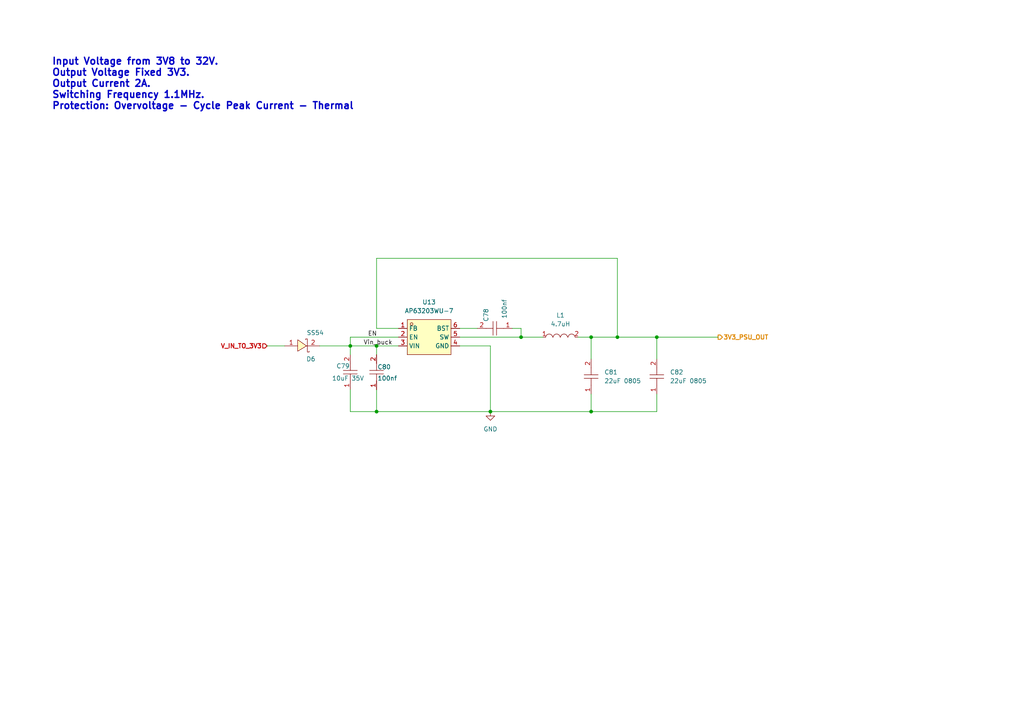
<source format=kicad_sch>
(kicad_sch (version 20250114) (generator "eeschema") (generator_version "9.0")
  (paper "A4")
  (title_block (title "PSU_3V3") (date "2025-07-25") (rev "1.0") (company "3DResearch"))
  (lib_symbols
    (symbol "CC0603KRX7R9BB104_1" (pin_names (hide yes))
      (property "Reference" "C" (at 0 5.08 0))
      (property "Value" "CC0603KRX7R9BB104" (at 0 -5.08 0))
      (symbol "CC0603KRX7R9BB104_1_0_1"
        (polyline (pts (xy -0.51 0) (xy -2.54 0)))
        (polyline (pts (xy -0.51 -2.03) (xy -0.51 2.03)))
        (polyline (pts (xy 0.51 2.03) (xy 0.51 -2.03)))
        (polyline (pts (xy 2.54 0) (xy 0.51 0)))
        (pin unspecified line (at -5.08 0 0) (length 2.54) (name "1") (number "1"))
        (pin unspecified line (at 5.08 0 180) (length 2.54) (name "2") (number "2"))
      )
    )
    (symbol "CL21A226MAQNNNE_1" (pin_names (hide yes))
      (property "Reference" "C" (at 0 5.08 0))
      (property "Value" "CL21A226MAQNNNE" (at 0 -5.08 0))
      (symbol "CL21A226MAQNNNE_1_0_1"
        (polyline (pts (xy -0.51 0) (xy -2.54 0)))
        (polyline (pts (xy -0.51 -2.03) (xy -0.51 2.03)))
        (polyline (pts (xy 0.51 2.03) (xy 0.51 -2.03)))
        (polyline (pts (xy 2.54 0) (xy 0.51 0)))
        (pin unspecified line (at -5.08 0 0) (length 2.54) (name "1") (number "1"))
        (pin unspecified line (at 5.08 0 180) (length 2.54) (name "2") (number "2"))
      )
    )
    (symbol "JLCP:SS54_C22452" (pin_names (hide yes))
      (property "Reference" "D" (at 0 5.08 0))
      (property "Value" "SS54_C22452" (at 0 -5.08 0))
      (symbol "SS54_C22452_0_1"
        (polyline (pts (xy -2.03 1.52) (xy -2.03 1.78) (xy -1.52 1.78) (xy -1.52 -2.03) (xy -1.02 -2.03) (xy -1.02 -1.78)))
        (polyline (pts (xy 1.27 1.52) (xy -1.27 0) (xy 1.27 -1.78) (xy 1.27 1.52)) (fill (type background)))
        (pin unspecified line (at -5.08 0 0) (length 3.81) (name "K") (number "2"))
        (pin unspecified line (at 5.08 0 180) (length 3.81) (name "A") (number "1"))
      )
    )
    (symbol "Kicad_JLCPCB_Library:AP63203WU-7"
      (property "Reference" "U" (at 0 7.62 0))
      (property "Value" "AP63203WU-7" (at 0 -7.62 0))
      (symbol "AP63203WU-7_0_1"
        (rectangle (start -6.35 5.08) (end 6.35 -5.08) (fill (type background)))
        (circle (center -5.08 3.81) (radius 0.38))
        (pin unspecified line (at -8.89 2.54 0) (length 2.54) (name "FB") (number "1"))
        (pin unspecified line (at -8.89 0 0) (length 2.54) (name "EN") (number "2"))
        (pin unspecified line (at -8.89 -2.54 0) (length 2.54) (name "VIN") (number "3"))
        (pin unspecified line (at 8.89 2.54 180) (length 2.54) (name "BST") (number "6"))
        (pin unspecified line (at 8.89 0 180) (length 2.54) (name "SW") (number "5"))
        (pin unspecified line (at 8.89 -2.54 180) (length 2.54) (name "GND") (number "4"))
      )
    )
    (symbol "Kicad_JLCPCB_Library:CC0603KRX7R9BB104" (pin_names (hide yes))
      (property "Reference" "C" (at 0 5.08 0))
      (property "Value" "CC0603KRX7R9BB104" (at 0 -5.08 0))
      (symbol "CC0603KRX7R9BB104_0_1"
        (polyline (pts (xy -0.51 0) (xy -2.54 0)))
        (polyline (pts (xy -0.51 -2.03) (xy -0.51 2.03)))
        (polyline (pts (xy 0.51 2.03) (xy 0.51 -2.03)))
        (polyline (pts (xy 2.54 0) (xy 0.51 0)))
        (pin unspecified line (at -5.08 0 0) (length 2.54) (name "1") (number "1"))
        (pin unspecified line (at 5.08 0 180) (length 2.54) (name "2") (number "2"))
      )
    )
    (symbol "Kicad_JLCPCB_Library:CL21A226MAQNNNE" (pin_names (hide yes))
      (property "Reference" "C" (at 0 5.08 0))
      (property "Value" "CL21A226MAQNNNE" (at 0 -5.08 0))
      (symbol "CL21A226MAQNNNE_0_1"
        (polyline (pts (xy -0.51 0) (xy -2.54 0)))
        (polyline (pts (xy -0.51 -2.03) (xy -0.51 2.03)))
        (polyline (pts (xy 0.51 2.03) (xy 0.51 -2.03)))
        (polyline (pts (xy 2.54 0) (xy 0.51 0)))
        (pin unspecified line (at -5.08 0 0) (length 2.54) (name "1") (number "1"))
        (pin unspecified line (at 5.08 0 180) (length 2.54) (name "2") (number "2"))
      )
    )
    (symbol "Kicad_JLCPCB_Library:GRM21BR61H106KE43L" (pin_names (hide yes))
      (property "Reference" "C" (at 0 5.08 0))
      (property "Value" "GRM21BR61H106KE43L" (at 0 -5.08 0))
      (symbol "GRM21BR61H106KE43L_0_1"
        (polyline (pts (xy -0.51 0) (xy -2.54 0)))
        (polyline (pts (xy -0.51 -2.03) (xy -0.51 2.03)))
        (polyline (pts (xy 0.51 2.03) (xy 0.51 -2.03)))
        (polyline (pts (xy 2.54 0) (xy 0.51 0)))
        (pin unspecified line (at -5.08 0 0) (length 2.54) (name "1") (number "1"))
        (pin unspecified line (at 5.08 0 180) (length 2.54) (name "2") (number "2"))
      )
    )
    (symbol "Kicad_JLCPCB_Library:MWSA0518S-4R7MT" (pin_names (hide yes))
      (property "Reference" "L" (at 0 5.08 0))
      (property "Value" "MWSA0518S-4R7MT" (at 0 -5.08 0))
      (symbol "MWSA0518S-4R7MT_0_1"
        (arc (start -4.29 -0.02) (mid -3.28 0.9027) (end -2.27 -0.02))
        (arc (start -2.13 -0.02) (mid -1.12 0.9071) (end -0.11 -0.02))
        (arc (start 0.02 -0.02) (mid 1.03 0.9071) (end 2.04 -0.02))
        (arc (start 2.21 -0.02) (mid 3.22 0.9071) (end 4.23 -0.02))
        (pin unspecified line (at -5.08 0 0) (length 0.762) (name "1") (number "1"))
        (pin unspecified line (at 5.08 0 180) (length 0.762) (name "2") (number "2"))
      )
    )
    (symbol "power:GND" (power) (pin_numbers (hide yes)) (pin_names (offset 0) (hide yes))
      (property "Value" "GND" (at 0 -3.81 0))
      (symbol "GND_0_1"
        (polyline (pts (xy 0 0) (xy 0 -1.27) (xy 1.27 -1.27) (xy 0 -2.54) (xy -1.27 -1.27) (xy 0 -1.27)))
      )
      (symbol "GND_1_1"
        (pin power_in line (at 0 0 270) (length 0) (name "~") (number "1"))
      )
    )
  )
  (text "Input Voltage from 3V8 to 32V.\nOutput Voltage Fixed 3V3.\nOutput Current 2A.\nSwitching Frequency 1.1MHz.\nProtection: Overvoltage - Cycle Peak Current - Thermal\n" (at 14.986 24.384 0) (effects (font (size 2 2) (thickness 0.4) (bold yes)) (justify left)))
  (junction (at 190.5 97.79))
  (junction (at 109.22 100.33))
  (junction (at 151.13 97.79))
  (junction (at 142.24 119.38))
  (junction (at 171.45 119.38))
  (junction (at 179.07 97.79))
  (junction (at 171.45 97.79))
  (junction (at 109.22 119.38))
  (junction (at 101.6 100.33))
  (wire (pts (xy 101.6 100.33) (xy 109.22 100.33)))
  (wire (pts (xy 109.22 100.33) (xy 115.57 100.33)))
  (wire (pts (xy 92.71 100.33) (xy 101.6 100.33)))
  (wire (pts (xy 133.35 97.79) (xy 151.13 97.79)))
  (wire (pts (xy 101.6 119.38) (xy 109.22 119.38)))
  (wire (pts (xy 133.35 95.25) (xy 138.43 95.25)))
  (wire (pts (xy 190.5 97.79) (xy 190.5 104.14)))
  (wire (pts (xy 171.45 97.79) (xy 179.07 97.79)))
  (wire (pts (xy 101.6 97.79) (xy 101.6 100.33)))
  (wire (pts (xy 101.6 113.03) (xy 101.6 119.38)))
  (wire (pts (xy 77.47 100.33) (xy 82.55 100.33)))
  (wire (pts (xy 148.59 95.25) (xy 151.13 95.25)))
  (wire (pts (xy 133.35 100.33) (xy 142.24 100.33)))
  (wire (pts (xy 171.45 97.79) (xy 171.45 104.14)))
  (wire (pts (xy 109.22 100.33) (xy 109.22 102.87)))
  (wire (pts (xy 171.45 119.38) (xy 190.5 119.38)))
  (wire (pts (xy 109.22 95.25) (xy 115.57 95.25)))
  (wire (pts (xy 179.07 97.79) (xy 190.5 97.79)))
  (wire (pts (xy 190.5 97.79) (xy 208.28 97.79)))
  (wire (pts (xy 179.07 74.93) (xy 109.22 74.93)))
  (wire (pts (xy 151.13 97.79) (xy 157.48 97.79)))
  (wire (pts (xy 179.07 97.79) (xy 179.07 74.93)))
  (wire (pts (xy 190.5 114.3) (xy 190.5 119.38)))
  (wire (pts (xy 109.22 119.38) (xy 109.22 113.03)))
  (wire (pts (xy 151.13 97.79) (xy 151.13 95.25)))
  (wire (pts (xy 171.45 114.3) (xy 171.45 119.38)))
  (wire (pts (xy 167.64 97.79) (xy 171.45 97.79)))
  (wire (pts (xy 142.24 119.38) (xy 109.22 119.38)))
  (wire (pts (xy 101.6 100.33) (xy 101.6 102.87)))
  (wire (pts (xy 142.24 119.38) (xy 171.45 119.38)))
  (wire (pts (xy 109.22 74.93) (xy 109.22 95.25)))
  (wire (pts (xy 142.24 100.33) (xy 142.24 119.38)))
  (wire (pts (xy 101.6 97.79) (xy 115.57 97.79)))
  (label "EN" (at 106.68 97.79 0))
  (label "Vin_buck" (at 105.41 100.33 0))
  (hierarchical_label "V_IN_TO_3V3" (shape input) (at 77.47 100.33 180) (effects (font (thickness 0.254) (bold yes))))
  (hierarchical_label "3V3_PSU_OUT" (shape output) (at 208.28 97.79 0) (effects (font (thickness 0.254) (bold yes))))
  (symbol (lib_name "CL21A226MAQNNNE_1") (lib_id "Kicad_JLCPCB_Library:CL21A226MAQNNNE") (at 190.5 109.22 90) (unit 1)
    (property "Reference" "C82" (at 194.31 107.9499 90) (effects (justify right)))
    (property "Value" "22uF 0805" (at 194.31 110.4899 90) (effects (justify right)))
    (property "Footprint" "Capacitor_SMD:C_0805_2012Metric" (effects (hide yes)))
    (property "Datasheet" "https://lcsc.com/product-detail/Multilayer-Ceramic-Capacitors-MLCC-SMD-SMT_SAMSUNG_CL21A226MAQNNNE_22uF-226-20-25V_C45783.html" (effects (hide yes)))
    (property "LCSC Part" "C45783" (effects (hide yes)))
  )
  (symbol (lib_id "Kicad_JLCPCB_Library:MWSA0518S-4R7MT") (at 162.56 97.79 0) (unit 1)
    (property "Reference" "L1" (at 162.56 91.44 0))
    (property "Value" "4.7uH" (at 162.56 93.98 0))
    (property "Footprint" "Kicad_JLCPCB_Library:IND-SMD_L5.4-W5.2" (effects (hide yes)))
    (property "Datasheet" "https://lcsc.com/product-detail/Power-Inductors_Sunlord-MWSA0518S-4R7MT_C408347.html" (effects (hide yes)))
    (property "LCSC Part" "C408347" (effects (hide yes)))
  )
  (symbol (lib_id "power:GND") (at 142.24 119.38 0) (mirror y) (unit 1)
    (property "Reference" "#PWR087" (effects (hide yes)))
    (property "Value" "GND" (at 142.24 124.46 0))
  )
  (symbol (lib_name "CC0603KRX7R9BB104_1") (lib_id "Kicad_JLCPCB_Library:CC0603KRX7R9BB104") (at 143.51 95.25 180) (unit 1)
    (property "Reference" "C78" (at 140.97 93.345 90) (effects (justify right)))
    (property "Value" "100nf" (at 146.304 92.456 90) (effects (justify right)))
    (property "Footprint" "Capacitor_SMD:C_0603_1608Metric" (effects (hide yes)))
    (property "Datasheet" "https://lcsc.com/product-detail/Multilayer-Ceramic-Capacitors-MLCC-SMD-SMT_100nF-104-10-50V_C14663.html" (effects (hide yes)))
    (property "LCSC Part" "C14663" (effects (hide yes)))
  )
  (symbol (lib_id "Kicad_JLCPCB_Library:AP63203WU-7") (at 124.46 97.79 0) (unit 1)
    (property "Reference" "U13" (at 124.46 87.63 0))
    (property "Value" "AP63203WU-7" (at 124.46 90.17 0))
    (property "Footprint" "Kicad_JLCPCB_Library:TSOT-26_L2.9-W1.6-P0.95-LS2.8-BL" (effects (hide yes)))
    (property "LCSC Part" "C780769" (effects (hide yes)))
  )
  (symbol (lib_id "Kicad_JLCPCB_Library:CC0603KRX7R9BB104") (at 109.22 107.95 90) (unit 1)
    (property "Reference" "C80" (at 109.474 106.426 90) (effects (justify right)))
    (property "Value" "100nf" (at 109.474 109.728 90) (effects (justify right)))
    (property "Footprint" "Capacitor_SMD:C_0603_1608Metric" (effects (hide yes)))
    (property "Datasheet" "https://lcsc.com/product-detail/Multilayer-Ceramic-Capacitors-MLCC-SMD-SMT_100nF-104-10-50V_C14663.html" (effects (hide yes)))
    (property "LCSC Part" "C14663" (effects (hide yes)))
  )
  (symbol (lib_id "Kicad_JLCPCB_Library:GRM21BR61H106KE43L") (at 101.6 107.95 90) (unit 1)
    (property "Reference" "C79" (at 97.536 106.172 90) (effects (justify right)))
    (property "Value" "10uF 35V" (at 96.266 109.728 90) (effects (justify right)))
    (property "Footprint" "Capacitor_SMD:C_0603_1608Metric" (effects (hide yes)))
    (property "LCSC Part" "C194427" (effects (hide yes)))
  )
  (symbol (lib_id "JLCP:SS54_C22452") (at 87.63 100.33 180) (unit 1)
    (property "Reference" "D6" (at 90.17 104.14 0))
    (property "Value" "SS54" (at 91.44 96.52 0))
    (property "Footprint" "Kicad_JLCPCB_Library:SMA_L4.4-W2.8-LS5.4-R-RD" (effects (hide yes)))
    (property "Datasheet" "https://lcsc.com/product-detail/Schottky-Barrier-Diodes-SBD_SS54_C22452.html" (effects (hide yes)))
    (property "LCSC Part" "C22452" (effects (hide yes)))
  )
  (symbol (lib_id "Kicad_JLCPCB_Library:CL21A226MAQNNNE") (at 171.45 109.22 90) (unit 1)
    (property "Reference" "C81" (at 175.26 107.9499 90) (effects (justify right)))
    (property "Value" "22uF 0805" (at 175.26 110.4899 90) (effects (justify right)))
    (property "Footprint" "Capacitor_SMD:C_0805_2012Metric" (effects (hide yes)))
    (property "Datasheet" "https://lcsc.com/product-detail/Multilayer-Ceramic-Capacitors-MLCC-SMD-SMT_SAMSUNG_CL21A226MAQNNNE_22uF-226-20-25V_C45783.html" (effects (hide yes)))
    (property "LCSC Part" "C45783" (effects (hide yes)))
  )
)
</source>
